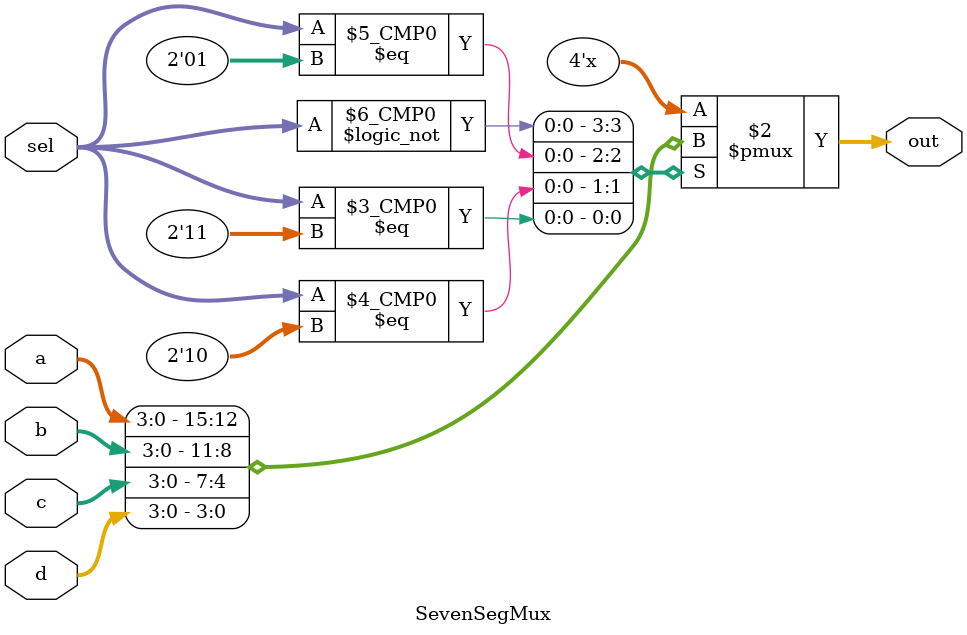
<source format=v>
module SevenSegMux(
output reg [3:0] out, 
input [3:0] a, b, c, d, 
input [1:0] sel
    );
	 
always @(sel, a, b, c, d)
case(sel)
	0:	out=a;
	1:	out=b;
	2:	out=c;
	3:	out=d;
default: out=4'bx;
endcase
endmodule
</source>
